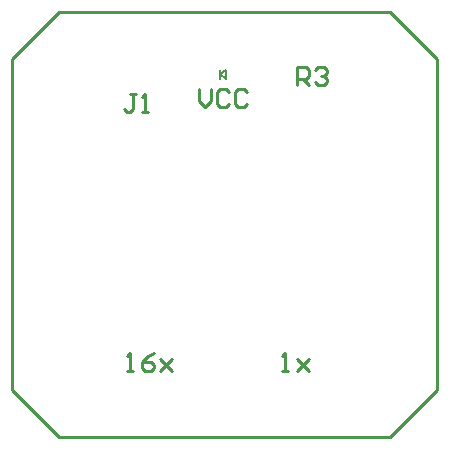
<source format=gto>
%FSLAX24Y24*%
%MOIN*%
G70*
G01*
G75*
%ADD10R,0.0450X0.0450*%
%ADD11R,0.0236X0.0315*%
%ADD12C,0.0100*%
%ADD13C,0.0200*%
%ADD14R,0.0591X0.0591*%
%ADD15R,0.1181X0.1575*%
%ADD16R,0.1575X0.0394*%
%ADD17R,0.1181X0.0394*%
%ADD18R,0.1575X0.1181*%
%ADD19R,0.0625X0.0625*%
%ADD20C,0.0250*%
%ADD21R,0.0159X0.0280*%
%ADD22R,0.0315X0.0236*%
%ADD23R,0.0315X0.0197*%
%ADD24R,0.0310X0.0350*%
%ADD25C,0.0060*%
D12*
X29150Y35500D02*
X28950D01*
X29050D01*
Y35000D01*
X28950Y34900D01*
X28850D01*
X28750Y35000D01*
X29350Y34900D02*
X29550D01*
X29450D01*
Y35500D01*
X29350Y35400D01*
X31250Y35650D02*
Y35250D01*
X31450Y35050D01*
X31650Y35250D01*
Y35650D01*
X32250Y35550D02*
X32150Y35650D01*
X31950D01*
X31850Y35550D01*
Y35150D01*
X31950Y35050D01*
X32150D01*
X32250Y35150D01*
X32849Y35550D02*
X32750Y35650D01*
X32550D01*
X32450Y35550D01*
Y35150D01*
X32550Y35050D01*
X32750D01*
X32849Y35150D01*
X34500Y35800D02*
Y36400D01*
X34800D01*
X34900Y36300D01*
Y36100D01*
X34800Y36000D01*
X34500D01*
X34700D02*
X34900Y35800D01*
X35100Y36300D02*
X35200Y36400D01*
X35400D01*
X35500Y36300D01*
Y36200D01*
X35400Y36100D01*
X35300D01*
X35400D01*
X35500Y36000D01*
Y35900D01*
X35400Y35800D01*
X35200D01*
X35100Y35900D01*
X28850Y26250D02*
X29050D01*
X28950D01*
Y26850D01*
X28850Y26750D01*
X29750Y26850D02*
X29550Y26750D01*
X29350Y26550D01*
Y26350D01*
X29450Y26250D01*
X29650D01*
X29750Y26350D01*
Y26450D01*
X29650Y26550D01*
X29350D01*
X29950Y26650D02*
X30350Y26250D01*
X30150Y26450D01*
X30350Y26650D01*
X29950Y26250D01*
X34000D02*
X34200D01*
X34100D01*
Y26850D01*
X34000Y26750D01*
X34500Y26650D02*
X34900Y26250D01*
X34700Y26450D01*
X34900Y26650D01*
X34500Y26250D01*
X25013Y36661D02*
X26587Y38236D01*
X25013Y25637D02*
Y36661D01*
Y25637D02*
X26587Y24063D01*
X37611D01*
X39186Y25637D01*
Y36661D01*
X37611Y38236D02*
X39186Y36661D01*
X26587Y38236D02*
X37611D01*
D25*
X31950Y36000D02*
Y36300D01*
Y36150D02*
X32150Y36000D01*
X31950Y36150D02*
X32150Y36300D01*
Y36000D02*
Y36300D01*
M02*

</source>
